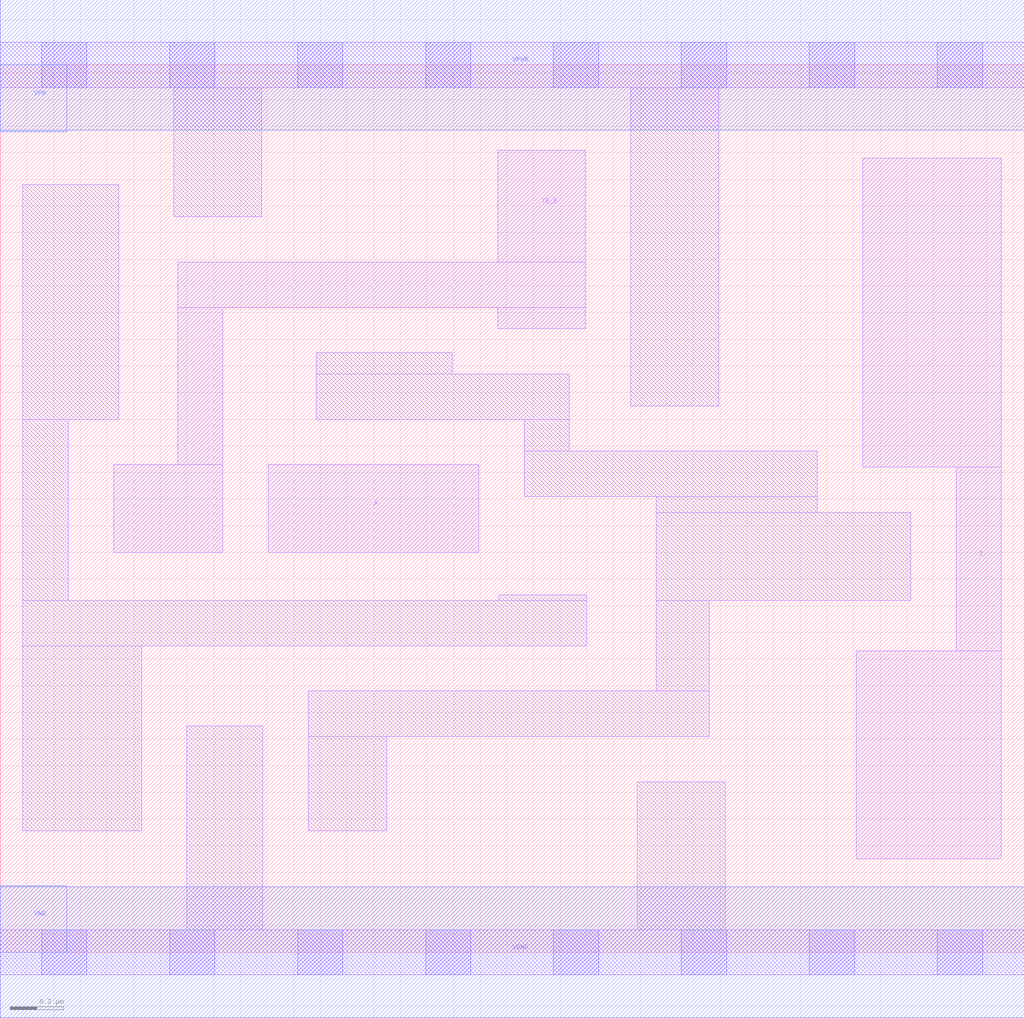
<source format=lef>
# Copyright 2020 The SkyWater PDK Authors
#
# Licensed under the Apache License, Version 2.0 (the "License");
# you may not use this file except in compliance with the License.
# You may obtain a copy of the License at
#
#     https://www.apache.org/licenses/LICENSE-2.0
#
# Unless required by applicable law or agreed to in writing, software
# distributed under the License is distributed on an "AS IS" BASIS,
# WITHOUT WARRANTIES OR CONDITIONS OF ANY KIND, either express or implied.
# See the License for the specific language governing permissions and
# limitations under the License.
#
# SPDX-License-Identifier: Apache-2.0

VERSION 5.5 ;
NAMESCASESENSITIVE ON ;
BUSBITCHARS "[]" ;
DIVIDERCHAR "/" ;
MACRO sky130_fd_sc_hs__ebufn_1
  CLASS CORE ;
  SOURCE USER ;
  ORIGIN  0.000000  0.000000 ;
  SIZE  3.840000 BY  3.330000 ;
  SYMMETRY X Y ;
  SITE unit ;
  PIN A
    ANTENNAGATEAREA  0.208000 ;
    DIRECTION INPUT ;
    USE SIGNAL ;
    PORT
      LAYER li1 ;
        RECT 1.005000 1.500000 1.795000 1.830000 ;
    END
  END A
  PIN TE_B
    ANTENNAGATEAREA  0.377000 ;
    DIRECTION INPUT ;
    USE SIGNAL ;
    PORT
      LAYER li1 ;
        RECT 0.425000 1.500000 0.835000 1.830000 ;
        RECT 0.665000 1.830000 0.835000 2.420000 ;
        RECT 0.665000 2.420000 2.195000 2.590000 ;
        RECT 1.865000 2.340000 2.195000 2.420000 ;
        RECT 1.865000 2.590000 2.195000 3.010000 ;
    END
  END TE_B
  PIN Z
    ANTENNADIFFAREA  0.541300 ;
    DIRECTION OUTPUT ;
    USE SIGNAL ;
    PORT
      LAYER li1 ;
        RECT 3.210000 0.350000 3.755000 1.130000 ;
        RECT 3.235000 1.820000 3.755000 2.980000 ;
        RECT 3.585000 1.130000 3.755000 1.820000 ;
    END
  END Z
  PIN VGND
    DIRECTION INOUT ;
    USE GROUND ;
    PORT
      LAYER met1 ;
        RECT 0.000000 -0.245000 3.840000 0.245000 ;
    END
  END VGND
  PIN VNB
    DIRECTION INOUT ;
    USE GROUND ;
    PORT
      LAYER met1 ;
        RECT 0.000000 0.000000 0.250000 0.250000 ;
    END
  END VNB
  PIN VPB
    DIRECTION INOUT ;
    USE POWER ;
    PORT
      LAYER met1 ;
        RECT 0.000000 3.080000 0.250000 3.330000 ;
    END
  END VPB
  PIN VPWR
    DIRECTION INOUT ;
    USE POWER ;
    PORT
      LAYER met1 ;
        RECT 0.000000 3.085000 3.840000 3.575000 ;
    END
  END VPWR
  OBS
    LAYER li1 ;
      RECT 0.000000 -0.085000 3.840000 0.085000 ;
      RECT 0.000000  3.245000 3.840000 3.415000 ;
      RECT 0.085000  0.455000 0.530000 1.150000 ;
      RECT 0.085000  1.150000 2.200000 1.320000 ;
      RECT 0.085000  1.320000 0.255000 2.000000 ;
      RECT 0.085000  2.000000 0.445000 2.880000 ;
      RECT 0.650000  2.760000 0.980000 3.245000 ;
      RECT 0.700000  0.085000 0.985000 0.850000 ;
      RECT 1.155000  0.455000 1.450000 0.810000 ;
      RECT 1.155000  0.810000 2.660000 0.980000 ;
      RECT 1.185000  2.000000 2.135000 2.170000 ;
      RECT 1.185000  2.170000 1.695000 2.250000 ;
      RECT 1.870000  1.320000 2.200000 1.340000 ;
      RECT 1.965000  1.710000 3.065000 1.880000 ;
      RECT 1.965000  1.880000 2.135000 2.000000 ;
      RECT 2.365000  2.050000 2.695000 3.245000 ;
      RECT 2.390000  0.085000 2.720000 0.640000 ;
      RECT 2.460000  0.980000 2.660000 1.320000 ;
      RECT 2.460000  1.320000 3.415000 1.650000 ;
      RECT 2.460000  1.650000 3.065000 1.710000 ;
    LAYER mcon ;
      RECT 0.155000 -0.085000 0.325000 0.085000 ;
      RECT 0.155000  3.245000 0.325000 3.415000 ;
      RECT 0.635000 -0.085000 0.805000 0.085000 ;
      RECT 0.635000  3.245000 0.805000 3.415000 ;
      RECT 1.115000 -0.085000 1.285000 0.085000 ;
      RECT 1.115000  3.245000 1.285000 3.415000 ;
      RECT 1.595000 -0.085000 1.765000 0.085000 ;
      RECT 1.595000  3.245000 1.765000 3.415000 ;
      RECT 2.075000 -0.085000 2.245000 0.085000 ;
      RECT 2.075000  3.245000 2.245000 3.415000 ;
      RECT 2.555000 -0.085000 2.725000 0.085000 ;
      RECT 2.555000  3.245000 2.725000 3.415000 ;
      RECT 3.035000 -0.085000 3.205000 0.085000 ;
      RECT 3.035000  3.245000 3.205000 3.415000 ;
      RECT 3.515000 -0.085000 3.685000 0.085000 ;
      RECT 3.515000  3.245000 3.685000 3.415000 ;
  END
END sky130_fd_sc_hs__ebufn_1

</source>
